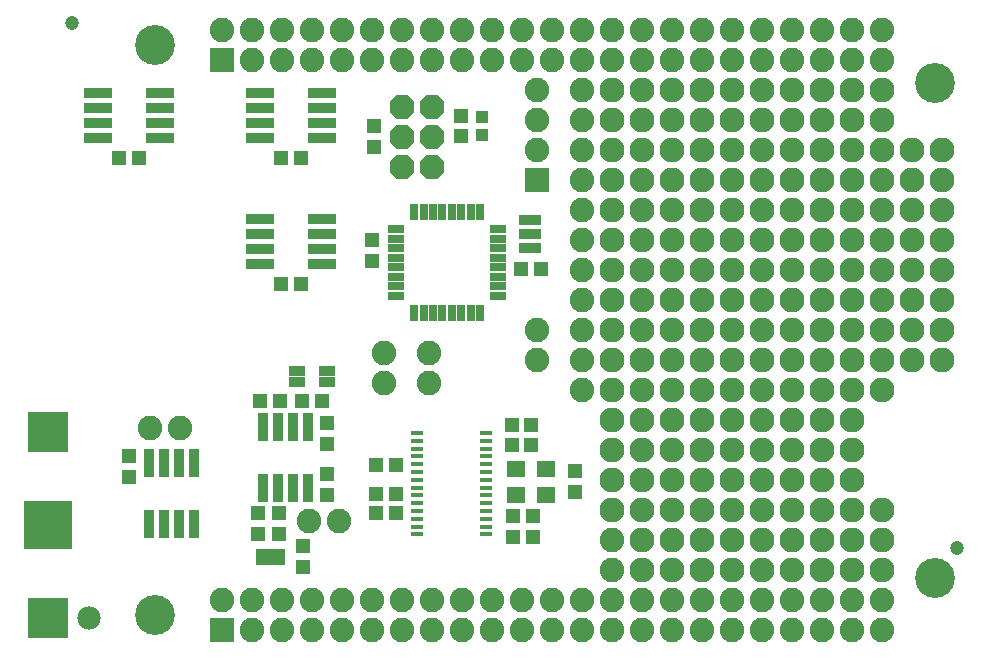
<source format=gbr>
G04 EAGLE Gerber RS-274X export*
G75*
%MOMM*%
%FSLAX34Y34*%
%LPD*%
%INSoldermask Top*%
%IPPOS*%
%AMOC8*
5,1,8,0,0,1.08239X$1,22.5*%
G01*
%ADD10R,2.413000X0.812800*%
%ADD11R,0.812800X2.413000*%
%ADD12R,1.203200X1.303200*%
%ADD13R,1.303200X1.203200*%
%ADD14R,1.473200X0.762000*%
%ADD15R,0.762000X1.473200*%
%ADD16R,1.003200X0.453200*%
%ADD17C,3.378200*%
%ADD18R,2.082800X2.082800*%
%ADD19C,2.082800*%
%ADD20R,1.473200X0.838200*%
%ADD21R,0.838200X1.473200*%
%ADD22R,4.165600X4.165600*%
%ADD23R,3.378200X3.378200*%
%ADD24P,2.254402X8X112.500000*%
%ADD25R,1.600200X1.397000*%
%ADD26R,1.903200X0.903200*%
%ADD27R,1.003200X1.003200*%
%ADD28C,1.203200*%
%ADD29C,1.981200*%
%ADD30C,2.108200*%


D10*
X287782Y435610D03*
X287782Y448310D03*
X287782Y461010D03*
X287782Y473710D03*
X235458Y473710D03*
X235458Y461010D03*
X235458Y448310D03*
X235458Y435610D03*
D11*
X179070Y160782D03*
X166370Y160782D03*
X153670Y160782D03*
X140970Y160782D03*
X140970Y108458D03*
X153670Y108458D03*
X166370Y108458D03*
X179070Y108458D03*
D12*
X466090Y115180D03*
X466090Y98180D03*
D13*
X350130Y158750D03*
X333130Y158750D03*
X350130Y134620D03*
X333130Y134620D03*
X350130Y118110D03*
X333130Y118110D03*
D12*
X448310Y192650D03*
X448310Y175650D03*
X449580Y115180D03*
X449580Y98180D03*
D14*
X436626Y302200D03*
X436626Y310200D03*
X436626Y318200D03*
X436626Y326200D03*
X436626Y334200D03*
X436626Y342200D03*
X436626Y350200D03*
X436626Y358200D03*
D15*
X421700Y373126D03*
X413700Y373126D03*
X405700Y373126D03*
X397700Y373126D03*
X389700Y373126D03*
X381700Y373126D03*
X373700Y373126D03*
X365700Y373126D03*
D14*
X350774Y358200D03*
X350774Y350200D03*
X350774Y342200D03*
X350774Y334200D03*
X350774Y326200D03*
X350774Y318200D03*
X350774Y310200D03*
X350774Y302200D03*
D15*
X365700Y287274D03*
X373700Y287274D03*
X381700Y287274D03*
X389700Y287274D03*
X397700Y287274D03*
X405700Y287274D03*
X413700Y287274D03*
X421700Y287274D03*
D16*
X368300Y100076D03*
X368300Y106680D03*
X368300Y113284D03*
X368300Y119888D03*
X368300Y126492D03*
X368300Y133096D03*
X368240Y139700D03*
X368300Y146304D03*
X368300Y152908D03*
X368300Y159512D03*
X368300Y166116D03*
X368300Y172720D03*
X368300Y179324D03*
X368300Y185928D03*
X426720Y185928D03*
X426720Y179324D03*
X426720Y172720D03*
X426720Y166116D03*
X426720Y159512D03*
X426720Y152908D03*
X426720Y146304D03*
X426780Y139700D03*
X426720Y133096D03*
X426720Y126492D03*
X426720Y119888D03*
X426720Y113284D03*
X426720Y106680D03*
X426720Y100076D03*
D12*
X464820Y175650D03*
X464820Y192650D03*
D17*
X146050Y31750D03*
X806450Y63500D03*
X806450Y482600D03*
X146050Y514350D03*
D18*
X203200Y19050D03*
D19*
X203200Y44450D03*
X228600Y19050D03*
X228600Y44450D03*
X254000Y19050D03*
X254000Y44450D03*
X279400Y19050D03*
X279400Y44450D03*
X304800Y19050D03*
X304800Y44450D03*
X330200Y19050D03*
X330200Y44450D03*
X355600Y19050D03*
X355600Y44450D03*
X381000Y19050D03*
X381000Y44450D03*
X406400Y19050D03*
X406400Y44450D03*
X431800Y19050D03*
X431800Y44450D03*
X457200Y19050D03*
X457200Y44450D03*
X482600Y19050D03*
X482600Y44450D03*
X508000Y19050D03*
X508000Y44450D03*
X533400Y19050D03*
X533400Y44450D03*
X558800Y19050D03*
X558800Y44450D03*
X584200Y19050D03*
X584200Y44450D03*
X609600Y19050D03*
X609600Y44450D03*
X635000Y19050D03*
X635000Y44450D03*
X660400Y19050D03*
X660400Y44450D03*
X685800Y19050D03*
X685800Y44450D03*
X711200Y19050D03*
X711200Y44450D03*
X736600Y19050D03*
X736600Y44450D03*
X762000Y19050D03*
X762000Y44450D03*
D18*
X203200Y501650D03*
D19*
X203200Y527050D03*
X228600Y501650D03*
X228600Y527050D03*
X254000Y501650D03*
X254000Y527050D03*
X279400Y501650D03*
X279400Y527050D03*
X304800Y501650D03*
X304800Y527050D03*
X330200Y501650D03*
X330200Y527050D03*
X355600Y501650D03*
X355600Y527050D03*
X381000Y501650D03*
X381000Y527050D03*
X406400Y501650D03*
X406400Y527050D03*
X431800Y501650D03*
X431800Y527050D03*
X457200Y501650D03*
X457200Y527050D03*
X482600Y501650D03*
X482600Y527050D03*
X508000Y501650D03*
X508000Y527050D03*
X533400Y501650D03*
X533400Y527050D03*
X558800Y501650D03*
X558800Y527050D03*
X584200Y501650D03*
X584200Y527050D03*
X609600Y501650D03*
X609600Y527050D03*
X635000Y501650D03*
X635000Y527050D03*
X660400Y501650D03*
X660400Y527050D03*
X685800Y501650D03*
X685800Y527050D03*
X711200Y501650D03*
X711200Y527050D03*
X736600Y501650D03*
X736600Y527050D03*
X762000Y501650D03*
X762000Y527050D03*
D11*
X275590Y191262D03*
X262890Y191262D03*
X250190Y191262D03*
X237490Y191262D03*
X237490Y138938D03*
X250190Y138938D03*
X262890Y138938D03*
X275590Y138938D03*
D13*
X252340Y213360D03*
X235340Y213360D03*
X270900Y213360D03*
X287900Y213360D03*
D12*
X292100Y176920D03*
X292100Y193920D03*
D20*
X266700Y229180D03*
X266700Y238180D03*
X292100Y229180D03*
X292100Y238180D03*
D12*
X292100Y150740D03*
X292100Y133740D03*
X233680Y117720D03*
X233680Y100720D03*
X251460Y117720D03*
X251460Y100720D03*
D21*
X251968Y81280D03*
X243840Y81280D03*
X235712Y81280D03*
D12*
X271780Y89780D03*
X271780Y72780D03*
D22*
X55880Y107950D03*
D23*
X55880Y29210D03*
X55880Y186690D03*
D19*
X378460Y254000D03*
X378460Y228600D03*
X340360Y254000D03*
X340360Y228600D03*
D12*
X124460Y148980D03*
X124460Y165980D03*
D10*
X150622Y435610D03*
X150622Y448310D03*
X150622Y461010D03*
X150622Y473710D03*
X98298Y473710D03*
X98298Y461010D03*
X98298Y448310D03*
X98298Y435610D03*
D13*
X115960Y419100D03*
X132960Y419100D03*
X253120Y419100D03*
X270120Y419100D03*
D24*
X381000Y411480D03*
X355600Y411480D03*
X381000Y436880D03*
X355600Y436880D03*
X381000Y462280D03*
X355600Y462280D03*
D19*
X276860Y111760D03*
X302260Y111760D03*
X167640Y190500D03*
X142240Y190500D03*
D10*
X287782Y328930D03*
X287782Y341630D03*
X287782Y354330D03*
X287782Y367030D03*
X235458Y367030D03*
X235458Y354330D03*
X235458Y341630D03*
X235458Y328930D03*
D13*
X253120Y312420D03*
X270120Y312420D03*
D25*
X477520Y155780D03*
X452120Y133780D03*
X477520Y133780D03*
X452120Y155780D03*
D12*
X501650Y136280D03*
X501650Y153280D03*
X330200Y348860D03*
X330200Y331860D03*
D13*
X456320Y325120D03*
X473320Y325120D03*
D19*
X508000Y222250D03*
X508000Y247650D03*
X508000Y273050D03*
X508000Y298450D03*
X508000Y323850D03*
X508000Y349250D03*
X508000Y374650D03*
X508000Y400050D03*
X508000Y425450D03*
X508000Y450850D03*
X508000Y476250D03*
D18*
X469900Y400050D03*
D19*
X469900Y425450D03*
X469900Y450850D03*
X469900Y476250D03*
D12*
X331470Y445380D03*
X331470Y428380D03*
D26*
X463550Y342330D03*
X463550Y354330D03*
X463550Y366330D03*
D12*
X405130Y454270D03*
X405130Y437270D03*
D27*
X422910Y438270D03*
X422910Y453270D03*
D19*
X533400Y69850D03*
X533400Y95250D03*
X469900Y273050D03*
X469900Y247650D03*
D28*
X76200Y533400D03*
X825500Y88900D03*
D29*
X90170Y29210D03*
D30*
X533400Y476250D03*
X558800Y476250D03*
X584200Y476250D03*
X609600Y476250D03*
X635000Y476250D03*
X660400Y476250D03*
X685800Y476250D03*
X711200Y476250D03*
X736600Y476250D03*
X762000Y476250D03*
X533400Y450850D03*
X558800Y450850D03*
X584200Y450850D03*
X609600Y450850D03*
X635000Y450850D03*
X660400Y450850D03*
X685800Y450850D03*
X711200Y450850D03*
X736600Y450850D03*
X762000Y450850D03*
X533400Y425450D03*
X558800Y425450D03*
X584200Y425450D03*
X609600Y425450D03*
X635000Y425450D03*
X660400Y425450D03*
X685800Y425450D03*
X711200Y425450D03*
X736600Y425450D03*
X762000Y425450D03*
X787400Y425450D03*
X533400Y400050D03*
X558800Y400050D03*
X584200Y400050D03*
X609600Y400050D03*
X635000Y400050D03*
X660400Y400050D03*
X685800Y400050D03*
X711200Y400050D03*
X736600Y400050D03*
X762000Y400050D03*
X787400Y400050D03*
X533400Y374650D03*
X558800Y374650D03*
X584200Y374650D03*
X609600Y374650D03*
X635000Y374650D03*
X660400Y374650D03*
X685800Y374650D03*
X711200Y374650D03*
X736600Y374650D03*
X762000Y374650D03*
X787400Y374650D03*
X812800Y425450D03*
X812800Y374650D03*
X812800Y400050D03*
X533400Y349250D03*
X558800Y349250D03*
X584200Y349250D03*
X609600Y349250D03*
X635000Y349250D03*
X660400Y349250D03*
X685800Y349250D03*
X711200Y349250D03*
X736600Y349250D03*
X762000Y349250D03*
X787400Y349250D03*
X812800Y349250D03*
X533400Y323850D03*
X558800Y323850D03*
X584200Y323850D03*
X609600Y323850D03*
X635000Y323850D03*
X660400Y323850D03*
X685800Y323850D03*
X711200Y323850D03*
X736600Y323850D03*
X762000Y323850D03*
X787400Y323850D03*
X812800Y323850D03*
X533400Y298450D03*
X558800Y298450D03*
X584200Y298450D03*
X609600Y298450D03*
X635000Y298450D03*
X660400Y298450D03*
X685800Y298450D03*
X711200Y298450D03*
X736600Y298450D03*
X762000Y298450D03*
X787400Y298450D03*
X812800Y298450D03*
X533400Y273050D03*
X558800Y273050D03*
X584200Y273050D03*
X609600Y273050D03*
X635000Y273050D03*
X660400Y273050D03*
X685800Y273050D03*
X711200Y273050D03*
X736600Y273050D03*
X762000Y273050D03*
X787400Y273050D03*
X812800Y273050D03*
X533400Y247650D03*
X558800Y247650D03*
X584200Y247650D03*
X609600Y247650D03*
X635000Y247650D03*
X660400Y247650D03*
X685800Y247650D03*
X711200Y247650D03*
X736600Y247650D03*
X762000Y247650D03*
X787400Y247650D03*
X812800Y247650D03*
X533400Y222250D03*
X558800Y222250D03*
X584200Y222250D03*
X609600Y222250D03*
X635000Y222250D03*
X660400Y222250D03*
X685800Y222250D03*
X711200Y222250D03*
X736600Y222250D03*
X762000Y222250D03*
X533400Y196850D03*
X558800Y196850D03*
X584200Y196850D03*
X609600Y196850D03*
X635000Y196850D03*
X660400Y196850D03*
X685800Y196850D03*
X711200Y196850D03*
X736600Y196850D03*
X533400Y171450D03*
X558800Y171450D03*
X584200Y171450D03*
X609600Y171450D03*
X635000Y171450D03*
X660400Y171450D03*
X685800Y171450D03*
X711200Y171450D03*
X736600Y171450D03*
X533400Y146050D03*
X558800Y146050D03*
X584200Y146050D03*
X609600Y146050D03*
X635000Y146050D03*
X660400Y146050D03*
X685800Y146050D03*
X711200Y146050D03*
X736600Y146050D03*
X533400Y120650D03*
X558800Y120650D03*
X584200Y120650D03*
X609600Y120650D03*
X635000Y120650D03*
X660400Y120650D03*
X685800Y120650D03*
X711200Y120650D03*
X736600Y120650D03*
X762000Y120650D03*
X558800Y95250D03*
X584200Y95250D03*
X609600Y95250D03*
X635000Y95250D03*
X660400Y95250D03*
X685800Y95250D03*
X711200Y95250D03*
X736600Y95250D03*
X762000Y95250D03*
X558800Y69850D03*
X584200Y69850D03*
X609600Y69850D03*
X635000Y69850D03*
X660400Y69850D03*
X685800Y69850D03*
X711200Y69850D03*
X736600Y69850D03*
X762000Y69850D03*
M02*

</source>
